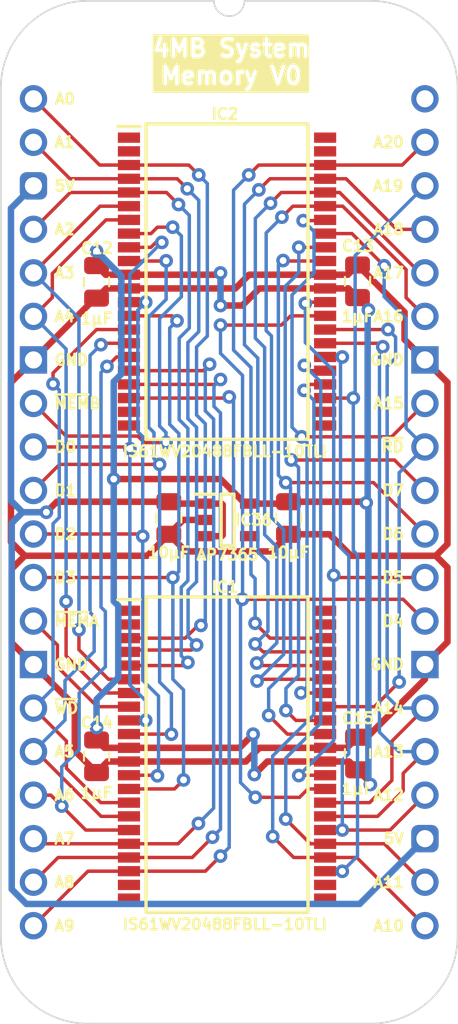
<source format=kicad_pcb>
(kicad_pcb (version 20241229) (generator "pcbnew") (generator_version "9.0")
  (title_block (title "Memory 4MB") (date "2024-09-12") (rev "V0"))
  (layers (0 "F.Cu" signal) (2 "B.Cu" signal) (13 "F.Paste" user) (15 "B.Paste" user) (5 "F.SilkS" user "F.Silkscreen") (7 "B.SilkS" user "B.Silkscreen") (1 "F.Mask" user) (3 "B.Mask" user) (25 "Edge.Cuts" user))
  (net 0 "")
  (net 1 "/5V")
  (net 2 "/GND")
  (net 3 "/3.3V")
  (net 7 "/~{RD}")
  (net 8 "/D3")
  (net 9 "/A19")
  (net 11 "/A17")
  (net 12 "/A18")
  (net 14 "/A6")
  (net 15 "/A14")
  (net 16 "/A10")
  (net 17 "/A20")
  (net 18 "/~{WD}")
  (net 19 "/A7")
  (net 20 "/A8")
  (net 22 "/A13")
  (net 23 "/A9")
  (net 24 "/A3")
  (net 25 "/A1")
  (net 26 "/~{Memory A}")
  (net 27 "/A4")
  (net 28 "/A2")
  (net 30 "/D0")
  (net 31 "/A0")
  (net 32 "/D5")
  (net 33 "/D1")
  (net 34 "/D6")
  (net 35 "/A12")
  (net 37 "/A16")
  (net 38 "/D4")
  (net 40 "/D7")
  (net 41 "/A5")
  (net 42 "/A15")
  (net 43 "/D2")
  (net 44 "/A11")
  (net 46 "/~{Memory B}")
  (footprint "SamacSys_Parts:C_0805" (layer "F.Cu") (at 14.889 24.45 180)
    (property "Reference" "C42" (hide yes))
    (property "Value" "10μF")
  )
  (footprint "SamacSys_Parts:SOT95P285X130-5N" (layer "F.Cu") (at 11.333 24.577)
    (property "Reference" "IC36")
    (property "Value" "AP7365-33WG-7" (hide yes))
  )
  (footprint "SamacSys_Parts:C_0805" (layer "F.Cu") (at 7.904 24.45 180)
    (property "Reference" "C41" (hide yes))
    (property "Value" "10μF")
  )
  (footprint "SamacSys_Parts:DIP-40_Board_W22.86mm" (layer "F.Cu") (at 0 0)
    (property "Reference" "J7" (hide yes))
    (property "Value" "Conn_02x20_Counter_Clockwise")
    (fp_line (start -1.905 -0.635) (end -1.905 48.895) (stroke (width 0.1)) (layer "Edge.Cuts"))
    (fp_line (start 10.541 -5.715) (end 3.175 -5.715) (stroke (width 0.1)) (layer "Edge.Cuts"))
    (fp_line (start 19.685 -5.715) (end 12.319 -5.715) (stroke (width 0.1)) (layer "Edge.Cuts"))
    (fp_line (start 19.685 53.975) (end 3.175 53.975) (stroke (width 0.1)) (layer "Edge.Cuts"))
    (fp_line (start 24.765 48.895) (end 24.765 -0.635) (stroke (width 0.1)) (layer "Edge.Cuts"))
    (fp_arc (start -1.905 -0.635) (mid -0.417102 -4.227102) (end 3.175 -5.715) (stroke (width 0.1)) (layer "Edge.Cuts"))
    (fp_arc (start 3.175 53.975) (mid -0.417102 52.487102) (end -1.905 48.895) (stroke (width 0.1)) (layer "Edge.Cuts"))
    (fp_arc (start 12.319 -5.715) (mid 11.43 -4.826) (end 10.541 -5.715) (stroke (width 0.1)) (layer "Edge.Cuts"))
    (fp_arc (start 19.685 -5.715) (mid 23.277102 -4.227102) (end 24.765 -0.635) (stroke (width 0.1)) (layer "Edge.Cuts"))
    (fp_arc (start 24.765 48.895) (mid 23.277102 52.487102) (end 19.685 53.975) (stroke (width 0.1)) (layer "Edge.Cuts"))
  )
  (footprint "SamacSys_Parts:C_0805" (layer "F.Cu") (at 18.923 10.668)
    (property "Reference" "C13")
    (property "Value" "1µF")
  )
  (footprint "SamacSys_Parts:C_0805" (layer "F.Cu") (at 3.683 38.354 180)
    (property "Reference" "C14")
    (property "Value" "1µF")
  )
  (footprint "SamacSys_Parts:C_0805" (layer "F.Cu") (at 3.683 10.668 180)
    (property "Reference" "C12")
    (property "Value" "1µF")
  )
  (footprint "SamacSys_Parts:SOP80P1176X120-44N" (layer "F.Cu") (at 11.303 38.278)
    (property "Reference" "IC1")
    (property "Value" "IS61WV20488FBLL-10TLI")
  )
  (footprint "SamacSys_Parts:C_0805" (layer "F.Cu") (at 18.923 38.227)
    (property "Reference" "C15")
    (property "Value" "1µF")
  )
  (footprint "SamacSys_Parts:SOP80P1176X120-44N" (layer "F.Cu") (at 11.303 10.668)
    (property "Reference" "IC2")
    (property "Value" "IS61WV20488FBLL-10TLI")
  )
  (footprint "SamacSys_Parts:PinHeader_1x20_P2.54mm_Vertical" (layer "B.Cu") (at 22.86 0 180)
    (property "Reference" "J2" (hide yes))
    (property "Value" "Pin_Header_01x20" (hide yes))
  )
  (footprint "SamacSys_Parts:PinHeader_1x20_P2.54mm_Vertical" (layer "B.Cu") (at 0 0 180)
    (property "Reference" "J1" (hide yes))
    (property "Value" "Pin_Header_01x20" (hide yes))
  )
  (gr_text "GND" (at 1.143 15.24 0) (layer "F.SilkS") (effects (font (size 0.635 0.635)) (justify left)))
  (gr_text "A15" (at 21.717 17.78 0) (layer "F.SilkS") (effects (font (size 0.635 0.635)) (justify right)))
  (gr_text "D6" (at 21.717 25.4 0) (layer "F.SilkS") (effects (font (size 0.635 0.635)) (justify right)))
  (gr_text "A20" (at 21.717 2.54 0) (layer "F.SilkS") (effects (font (size 0.635 0.635)) (justify right)))
  (gr_text "A16" (at 21.717 12.7 0) (layer "F.SilkS") (effects (font (size 0.635 0.635)) (justify right)))
  (gr_text "D3" (at 1.143 27.94 0) (layer "F.SilkS") (effects (font (size 0.635 0.635)) (justify left)))
  (gr_text "~{RD}" (at 21.717 20.32 0) (layer "F.SilkS") (effects (font (size 0.635 0.635)) (justify right)))
  (gr_text "A1" (at 1.143 2.54 0) (layer "F.SilkS") (effects (font (size 0.635 0.635)) (justify left)))
  (gr_text "A10" (at 21.717 48.26 0) (layer "F.SilkS") (effects (font (size 0.635 0.635)) (justify right)))
  (gr_text "D0" (at 1.143 20.32 0) (layer "F.SilkS") (effects (font (size 0.635 0.635)) (justify left)))
  (gr_text "A13" (at 21.717 38.1 0) (layer "F.SilkS") (effects (font (size 0.635 0.635)) (justify right)))
  (gr_text "GND" (at 21.717 15.24 0) (layer "F.SilkS") (effects (font (size 0.635 0.635)) (justify right)))
  (gr_text "~{WD}" (at 1.143 35.56 0) (layer "F.SilkS") (effects (font (size 0.635 0.635)) (justify left)))
  (gr_text "5V" (at 1.143 5.08 0) (layer "F.SilkS") (effects (font (size 0.635 0.635)) (justify left)))
  (gr_text "A3" (at 1.143 10.16 0) (layer "F.SilkS") (effects (font (size 0.635 0.635)) (justify left)))
  (gr_text "5V" (at 21.717 43.18 0) (layer "F.SilkS") (effects (font (size 0.635 0.635)) (justify right)))
  (gr_text "A18" (at 21.717 7.62 0) (layer "F.SilkS") (effects (font (size 0.635 0.635)) (justify right)))
  (gr_text "A17" (at 21.717 10.16 0) (layer "F.SilkS") (effects (font (size 0.635 0.635)) (justify right)))
  (gr_text "A5" (at 1.143 38.1 0) (layer "F.SilkS") (effects (font (size 0.635 0.635)) (justify left)))
  (gr_text "D5" (at 21.717 27.94 0) (layer "F.SilkS") (effects (font (size 0.635 0.635)) (justify right)))
  (gr_text "D2" (at 1.143 25.4 0) (layer "F.SilkS") (effects (font (size 0.635 0.635)) (justify left)))
  (gr_text "A19" (at 21.6916 5.08 0) (layer "F.SilkS") (effects (font (size 0.635 0.635)) (justify right)))
  (gr_text "D7" (at 21.717 22.86 0) (layer "F.SilkS") (effects (font (size 0.635 0.635)) (justify right)))
  (gr_text "~{MEM}B" (at 1.143 17.78 0) (layer "F.SilkS") (effects (font (size 0.635 0.635)) (justify left)))
  (gr_text "D4" (at 21.717 30.48 0) (layer "F.SilkS") (effects (font (size 0.635 0.635)) (justify right)))
  (gr_text "A0" (at 1.1684 0 0) (layer "F.SilkS") (effects (font (size 0.635 0.635)) (justify left)))
  (gr_text "~{MEM}A" (at 1.143 30.48 0) (layer "F.SilkS") (effects (font (size 0.635 0.635)) (justify left)))
  (gr_text "D1" (at 1.143 22.86 0) (layer "F.SilkS") (effects (font (size 0.635 0.635)) (justify left)))
  (gr_text "A14" (at 21.717 35.56 0) (layer "F.SilkS") (effects (font (size 0.635 0.635)) (justify right)))
  (gr_text "GND" (at 1.143 33.02 0) (layer "F.SilkS") (effects (font (size 0.635 0.635)) (justify left)))
  (gr_text "A12" (at 21.717 40.64 0) (layer "F.SilkS") (effects (font (size 0.635 0.635)) (justify right)))
  (gr_text "A9" (at 1.143 48.26 0) (layer "F.SilkS") (effects (font (size 0.635 0.635)) (justify left)))
  (gr_text "A2" (at 1.143 7.62 0) (layer "F.SilkS") (effects (font (size 0.635 0.635)) (justify left)))
  (gr_text "A4" (at 1.143 12.7 0) (layer "F.SilkS") (effects (font (size 0.635 0.635)) (justify left)))
  (gr_text "A6" (at 1.143 40.64 0) (layer "F.SilkS") (effects (font (size 0.635 0.635)) (justify left)))
  (gr_text "A11" (at 21.717 45.72 0) (layer "F.SilkS") (effects (font (size 0.635 0.635)) (justify right)))
  (gr_text "4MB System\nMemory V0" (at 11.557 -0.762 0) (layer "F.SilkS" knockout) (effects (font (size 1 1) (thickness 0.2) (bold yes)) (justify bottom)))
  (gr_text "A8" (at 1.143 45.72 0) (layer "F.SilkS") (effects (font (size 0.635 0.635)) (justify left)))
  (gr_text "A7" (at 1.143 43.18 0) (layer "F.SilkS") (effects (font (size 0.635 0.635)) (justify left)))
  (gr_text "GND" (at 21.717 33.02 0) (layer "F.SilkS") (effects (font (size 0.635 0.635)) (justify right)))
  (segment (start 11.049 23.688) (end 11.049 25.466) (width 0.38) (layer "F.Cu") (net 1))
  (segment (start 10.033 23.627) (end 10.988 23.627) (width 0.38) (layer "F.Cu") (net 1))
  (segment (start 1.364426 23.516) (end 0.750426 24.13) (width 0.38) (layer "F.Cu") (net 1))
  (segment (start 11.049 25.466) (end 10.988 25.527) (width 0.38) (layer "F.Cu") (net 1))
  (segment (start 10.988 25.527) (end 10.033 25.527) (width 0.38) (layer "F.Cu") (net 1))
  (segment (start 7.904 23.516) (end 1.364426 23.516) (width 0.38) (layer "F.Cu") (net 1))
  (segment (start 10.033 23.627) (end 8.015 23.627) (width 0.38) (layer "F.Cu") (net 1))
  (segment (start 10.988 23.627) (end 11.049 23.688) (width 0.38) (layer "F.Cu") (net 1))
  (via (at 0.750426 24.13) (size 0.8) (drill 0.4) (layers "F.Cu" "B.Cu") (net 1))
  (segment (start -0.635 24.13) (end 0.750426 24.13) (width 0.38) (layer "B.Cu") (net 1))
  (segment (start 19.05 46.99) (end 22.86 43.18) (width 0.38) (layer "B.Cu") (net 1))
  (segment (start 0 5.08) (end -1.315 6.395) (width 0.38) (layer "B.Cu") (net 1))
  (segment (start -0.412915 46.99) (end 19.05 46.99) (width 0.38) (layer "B.Cu") (net 1))
  (segment (start -1.315 6.395) (end -1.315 23.45) (width 0.38) (layer "B.Cu") (net 1))
  (segment (start -1.27 46.132915) (end -0.412915 46.99) (width 0.38) (layer "B.Cu") (net 1))
  (segment (start -0.635 24.13) (end -1.27 24.765) (width 0.38) (layer "B.Cu") (net 1))
  (segment (start -1.315 23.45) (end -0.635 24.13) (width 0.38) (layer "B.Cu") (net 1))
  (segment (start -1.27 24.765) (end -1.27 46.132915) (width 0.38) (layer "B.Cu") (net 1))
  (segment (start -0.508 26.67) (end -1.27 27.432) (width 0.38) (layer "F.Cu") (net 2))
  (segment (start 8.904 26.416) (end 13.889 26.416) (width 0.38) (layer "F.Cu") (net 2))
  (segment (start -1.27 27.432) (end -1.27 31.75) (width 0.38) (layer "F.Cu") (net 2))
  (segment (start 23.495 26.67) (end 18.542 26.67) (width 0.38) (layer "F.Cu") (net 2))
  (segment (start 12.592 10.268) (end 11.792 11.068) (width 0.38) (layer "F.Cu") (net 2))
  (segment (start 10.033 24.577) (end 8.743 24.577) (width 0.38) (layer "F.Cu") (net 2))
  (segment (start 18.542 26.67) (end 17.288 25.416) (width 0.38) (layer "F.Cu") (net 2))
  (segment (start 0 33.02) (end 2.413 35.433) (width 0.38) (layer "F.Cu") (net 2))
  (segment (start 6.65 26.67) (end -0.508 26.67) (width 0.38) (layer "F.Cu") (net 2))
  (segment (start 18.306 37.878) (end 18.923 37.261) (width 0.38) (layer "F.Cu") (net 2))
  (segment (start 22.86 33.877085) (end 19.476085 37.261) (width 0.38) (layer "F.Cu") (net 2))
  (segment (start 17.031 10.268) (end 12.592 10.268) (width 0.38) (layer "F.Cu") (net 2))
  (segment (start 17.031 37.878) (end 18.306 37.878) (width 0.38) (layer "F.Cu") (net 2))
  (segment (start 23.495 26.67) (end 24.175 27.35) (width 0.38) (layer "F.Cu") (net 2))
  (segment (start -1.27 31.75) (end 0 33.02) (width 0.38) (layer "F.Cu") (net 2))
  (segment (start 17.031 10.268) (end 18.357 10.268) (width 0.38) (layer "F.Cu") (net 2))
  (segment (start 2.413 38.05) (end 3.683 39.32) (width 0.38) (layer "F.Cu") (net 2))
  (segment (start 8.743 24.577) (end 7.904 25.416) (width 0.38) (layer "F.Cu") (net 2))
  (segment (start 18.923 9.702) (end 21.67 12.449) (width 0.38) (layer "F.Cu") (net 2))
  (segment (start 21.67 14.05) (end 22.86 15.24) (width 0.38) (layer "F.Cu") (net 2))
  (segment (start -1.315 25.863) (end -0.508 26.67) (width 0.38) (layer "F.Cu") (net 2))
  (segment (start 7.904 25.416) (end 6.65 26.67) (width 0.38) (layer "F.Cu") (net 2))
  (segment (start 3.683 39.32) (end 4.325 38.678) (width 0.38) (layer "F.Cu") (net 2))
  (segment (start 0 15.24) (end -1.315 16.555) (width 0.38) (layer "F.Cu") (net 2))
  (segment (start 13.889 26.416) (end 14.889 25.416) (width 0.38) (layer "F.Cu") (net 2))
  (segment (start 7.904 25.416) (end 8.904 26.416) (width 0.38) (layer "F.Cu") (net 2))
  (segment (start 22.86 33.02) (end 22.86 33.877085) (width 0.38) (layer "F.Cu") (net 2))
  (segment (start 4.249 11.068) (end 3.683 11.634) (width 0.38) (layer "F.Cu") (net 2))
  (segment (start 0 15.24) (end 3.606 11.634) (width 0.38) (layer "F.Cu") (net 2))
  (segment (start 5.575 38.678) (end 12.400466 38.678) (width 0.38) (layer "F.Cu") (net 2))
  (segment (start 24.175 27.35) (end 24.175 31.705) (width 0.38) (layer "F.Cu") (net 2))
  (segment (start 24.175 16.555) (end 22.86 15.24) (width 0.38) (layer "F.Cu") (net 2))
  (segment (start 24.175 31.705) (end 22.86 33.02) (width 0.38) (layer "F.Cu") (net 2))
  (segment (start 5.575 11.068) (end 4.249 11.068) (width 0.38) (layer "F.Cu") (net 2))
  (segment (start 21.67 12.449) (end 21.67 14.05) (width 0.38) (layer "F.Cu") (net 2))
  (segment (start 18.357 10.268) (end 18.923 9.702) (width 0.38) (layer "F.Cu") (net 2))
  (segment (start -1.315 16.555) (end -1.315 25.863) (width 0.38) (layer "F.Cu") (net 2))
  (segment (start 2.413 35.433) (end 2.413 38.05) (width 0.38) (layer "F.Cu") (net 2))
  (segment (start 4.325 38.678) (end 5.575 38.678) (width 0.38) (layer "F.Cu") (net 2))
  (segment (start 23.495 26.67) (end 24.175 25.99) (width 0.38) (layer "F.Cu") (net 2))
  (segment (start 24.175 25.99) (end 24.175 16.555) (width 0.38) (layer "F.Cu") (net 2))
  (segment (start 12.400466 38.678) (end 13.200466 37.878) (width 0.38) (layer "F.Cu") (net 2))
  (segment (start 19.476085 37.261) (end 18.923 37.261) (width 0.38) (layer "F.Cu") (net 2))
  (segment (start 17.288 25.416) (end 14.889 25.416) (width 0.38) (layer "F.Cu") (net 2))
  (segment (start 11.792 11.068) (end 5.575 11.068) (width 0.38) (layer "F.Cu") (net 2))
  (segment (start 13.200466 37.878) (end 17.031 37.878) (width 0.38) (layer "F.Cu") (net 2))
  (segment (start 18.923 11.602) (end 19.558 12.237) (width 0.38) (layer "F.Cu") (net 3))
  (segment (start 17.031 38.678) (end 13.657808 38.678) (width 0.38) (layer "F.Cu") (net 3))
  (segment (start 5.575 10.268) (end 10.820563 10.268) (width 0.38) (layer "F.Cu") (net 3))
  (segment (start 3.683 8.89) (end 3.683 9.734) (width 0.38) (layer "F.Cu") (net 3))
  (segment (start 19.558 12.237) (end 19.558 12.319) (width 0.38) (layer "F.Cu") (net 3))
  (segment (start 14.889 23.516) (end 19.366425 23.516) (width 0.38) (layer "F.Cu") (net 3))
  (segment (start 10.923103 22.192103) (end 4.687 22.192103) (width 0.38) (layer "F.Cu") (net 3))
  (segment (start 12.358 23.627) (end 10.923103 22.192103) (width 0.38) (layer "F.Cu") (net 3))
  (segment (start 19.366425 23.516) (end 19.431009 23.580584) (width 0.38) (layer "F.Cu") (net 3))
  (segment (start 12.633 23.627) (end 14.778 23.627) (width 0.38) (layer "F.Cu") (net 3))
  (segment (start 13.189 11.068) (end 12.192 12.065) (width 0.38) (layer "F.Cu") (net 3))
  (segment (start 18.923 39.161) (end 19.673 39.911) (width 0.38) (layer "F.Cu") (net 3))
  (segment (start 18.923 11.602) (end 18.389 11.068) (width 0.38) (layer "F.Cu") (net 3))
  (segment (start 17.031 11.068) (end 13.189 11.068) (width 0.38) (layer "F.Cu") (net 3))
  (segment (start 3.683 9.734) (end 4.217 10.268) (width 0.38) (layer "F.Cu") (net 3))
  (segment (start 3.683 37.42) (end 4.141 37.878) (width 0.38) (layer "F.Cu") (net 3))
  (segment (start 5.575 37.878) (end 12.033 37.878) (width 0.38) (layer "F.Cu") (net 3))
  (segment (start 10.820563 10.268) (end 10.921999 10.166564) (width 0.38) (layer "F.Cu") (net 3))
  (segment (start 3.683 36.703) (end 3.683 37.42) (width 0.38) (layer "F.Cu") (net 3))
  (segment (start 18.44 38.678) (end 17.031 38.678) (width 0.38) (layer "F.Cu") (net 3))
  (segment (start 19.673 39.911) (end 19.673 40.018749) (width 0.38) (layer "F.Cu") (net 3))
  (segment (start 12.033 37.878) (end 12.827 37.084) (width 0.38) (layer "F.Cu") (net 3))
  (segment (start 4.217 10.268) (end 5.575 10.268) (width 0.38) (layer "F.Cu") (net 3))
  (segment (start 18.389 11.068) (end 17.031 11.068) (width 0.38) (layer "F.Cu") (net 3))
  (segment (start 18.923 39.161) (end 18.44 38.678) (width 0.38) (layer "F.Cu") (net 3))
  (segment (start 4.141 37.878) (end 5.575 37.878) (width 0.38) (layer "F.Cu") (net 3))
  (segment (start 13.657808 38.678) (end 12.896404 39.439404) (width 0.38) (layer "F.Cu") (net 3))
  (segment (start 12.192 12.065) (end 10.922 12.065) (width 0.38) (layer "F.Cu") (net 3))
  (via (at 19.673 40.018749) (size 0.8) (drill 0.4) (layers "F.Cu" "B.Cu") (net 3))
  (via (at 10.922 12.065) (size 0.8) (drill 0.4) (layers "F.Cu" "B.Cu") (net 3))
  (via (at 4.687 22.192103) (size 0.8) (drill 0.4) (layers "F.Cu" "B.Cu") (net 3))
  (via (at 12.827 37.084) (size 0.8) (drill 0.4) (layers "F.Cu" "B.Cu") (net 3))
  (via (at 3.683 8.89) (size 0.8) (drill 0.4) (layers "F.Cu" "B.Cu") (net 3))
  (via (at 19.558 12.319) (size 0.8) (drill 0.4) (layers "F.Cu" "B.Cu") (net 3))
  (via (at 12.896404 39.439404) (size 0.8) (drill 0.4) (layers "F.Cu" "B.Cu") (net 3))
  (via (at 19.431009 23.580584) (size 0.8) (drill 0.4) (layers "F.Cu" "B.Cu") (net 3))
  (via (at 10.921999 10.166564) (size 0.8) (drill 0.4) (layers "F.Cu" "B.Cu") (net 3))
  (via (at 3.683 36.703) (size 0.8) (drill 0.4) (layers "F.Cu" "B.Cu") (net 3))
  (segment (start 3.683 8.89) (end 5.134 10.341) (width 0.38) (layer "B.Cu") (net 3))
  (segment (start 5.134 10.341) (end 5.134 16.064306) (width 0.38) (layer "B.Cu") (net 3))
  (segment (start 19.558 12.319) (end 19.516 12.361) (width 0.38) (layer "B.Cu") (net 3))
  (segment (start 4.687 16.511306) (end 4.687 22.192103) (width 0.38) (layer "B.Cu") (net 3))
  (segment (start 10.922 12.065) (end 10.922 10.166565) (width 0.38) (layer "B.Cu") (net 3))
  (segment (start 5.134 16.064306) (end 4.687 16.511306) (width 0.38) (layer "B.Cu") (net 3))
  (segment (start 19.558 23.707575) (end 19.558 39.903749) (width 0.38) (layer "B.Cu") (net 3))
  (segment (start 4.687 22.192103) (end 4.687 29.325) (width 0.38) (layer "B.Cu") (net 3))
  (segment (start 19.516 23.495593) (end 19.431009 23.580584) (width 0.38) (layer "B.Cu") (net 3))
  (segment (start 12.896404 37.153404) (end 12.827 37.084) (width 0.38) (layer "B.Cu") (net 3))
  (segment (start 12.896404 39.439404) (end 12.896404 37.153404) (width 0.38) (layer "B.Cu") (net 3))
  (segment (start 19.431009 23.580584) (end 19.558 23.707575) (width 0.38) (layer "B.Cu") (net 3))
  (segment (start 19.558 39.903749) (end 19.673 40.018749) (width 0.38) (layer "B.Cu") (net 3))
  (segment (start 4.687 29.325) (end 4.953 29.591) (width 0.38) (layer "B.Cu") (net 3))
  (segment (start 10.922 10.166565) (end 10.921999 10.166564) (width 0.38) (layer "B.Cu") (net 3))
  (segment (start 3.683 36.703) (end 3.683 35.052) (width 0.38) (layer "B.Cu") (net 3))
  (segment (start 19.516 12.361) (end 19.516 23.495593) (width 0.38) (layer "B.Cu") (net 3))
  (segment (start 3.683 35.052) (end 4.953 33.782) (width 0.38) (layer "B.Cu") (net 3))
  (segment (start 4.953 29.591) (end 4.953 33.782) (width 0.38) (layer "B.Cu") (net 3))
  (segment (start 17.031 7.868) (end 18.598744 7.868) (width 0.2) (layer "F.Cu") (net 7))
  (segment (start 17.031 35.478) (end 19.913 35.478) (width 0.2) (layer "F.Cu") (net 7))
  (segment (start 18.598744 7.868) (end 20.478372 9.747628) (width 0.2) (layer "F.Cu") (net 7))
  (segment (start 19.913 35.478) (end 21.355 34.036) (width 0.2) (layer "F.Cu") (net 7))
  (via (at 20.478372 9.747628) (size 0.8) (drill 0.4) (layers "F.Cu" "B.Cu") (net 7))
  (via (at 21.355 34.036) (size 0.8) (drill 0.4) (layers "F.Cu" "B.Cu") (net 7))
  (segment (start 20.478372 11.545372) (end 21.76 12.827) (width 0.2) (layer "B.Cu") (net 7))
  (segment (start 20.478372 9.747628) (end 20.478372 11.545372) (width 0.2) (layer "B.Cu") (net 7))
  (segment (start 21.355 21.825) (end 21.355 34.036) (width 0.2) (layer "B.Cu") (net 7))
  (segment (start 21.76 19.22) (end 21.76 12.827) (width 0.2) (layer "B.Cu") (net 7))
  (segment (start 22.86 20.32) (end 21.76 19.22) (width 0.2) (layer "B.Cu") (net 7))
  (segment (start 22.86 20.32) (end 21.355 21.825) (width 0.2) (layer "B.Cu") (net 7))
  (segment (start 0 27.94) (end 8.14 27.94) (width 0.2) (layer "F.Cu") (net 8))
  (segment (start 5.575 12.668) (end 8.095992 12.668) (width 0.2) (layer "F.Cu") (net 8))
  (segment (start 8.095992 12.668) (end 8.382 12.954008) (width 0.2) (layer "F.Cu") (net 8))
  (segment (start 5.575 40.278) (end 8.236 40.278) (width 0.2) (layer "F.Cu") (net 8))
  (segment (start 8.236 40.278) (end 8.763 39.751) (width 0.2) (layer "F.Cu") (net 8))
  (via (at 8.763 39.751) (size 0.8) (drill 0.4) (layers "F.Cu" "B.Cu") (net 8))
  (via (at 8.382 12.954008) (size 0.8) (drill 0.4) (layers "F.Cu" "B.Cu") (net 8))
  (via (at 8.14 27.94) (size 0.8) (drill 0.4) (layers "F.Cu" "B.Cu") (net 8))
  (segment (start 8.14 33.874493) (end 8.763 34.497493) (width 0.2) (layer "B.Cu") (net 8))
  (segment (start 7.956 19.005) (end 7.956 13.380008) (width 0.2) (layer "B.Cu") (net 8))
  (segment (start 8.49 27.59) (end 8.49 19.539) (width 0.2) (layer "B.Cu") (net 8))
  (segment (start 8.49 19.539) (end 7.956 19.005) (width 0.2) (layer "B.Cu") (net 8))
  (segment (start 7.956 13.380008) (end 8.382 12.954008) (width 0.2) (layer "B.Cu") (net 8))
  (segment (start 8.14 27.94) (end 8.14 33.874493) (width 0.2) (layer "B.Cu") (net 8))
  (segment (start 8.14 27.94) (end 8.49 27.59) (width 0.2) (layer "B.Cu") (net 8))
  (segment (start 8.763 34.497493) (end 8.763 39.751) (width 0.2) (layer "B.Cu") (net 8))
  (segment (start 17.031 45.078) (end 18.027 45.078) (width 0.2) (layer "F.Cu") (net 9))
  (segment (start 17.031 17.468) (end 18.676 17.468) (width 0.2) (layer "F.Cu") (net 9))
  (segment (start 18.027 45.078) (end 18.034 45.085) (width 0.2) (layer "F.Cu") (net 9))
  (via (at 18.034 45.085) (size 0.8) (drill 0.4) (layers "F.Cu" "B.Cu") (net 9))
  (via (at 18.676 17.468) (size 0.8) (drill 0.4) (layers "F.Cu" "B.Cu") (net 9))
  (segment (start 18.676 26.365314) (end 18.676 17.468) (width 0.2) (layer "B.Cu") (net 9))
  (segment (start 22.86 5.08) (end 18.784 9.156) (width 0.2) (layer "B.Cu") (net 9))
  (segment (start 18.034 45.085) (end 18.923 44.196) (width 0.2) (layer "B.Cu") (net 9))
  (segment (start 18.923 26.612314) (end 18.676 26.365314) (width 0.2) (layer "B.Cu") (net 9))
  (segment (start 18.784 17.36) (end 18.676 17.468) (width 0.2) (layer "B.Cu") (net 9))
  (segment (start 18.784 9.156) (end 18.784 17.36) (width 0.2) (layer "B.Cu") (net 9))
  (segment (start 18.923 44.196) (end 18.923 26.612314) (width 0.2) (layer "B.Cu") (net 9))
  (segment (start 17.031 5.468) (end 14.471 5.468) (width 0.2) (layer "F.Cu") (net 11))
  (segment (start 17.031 5.468) (end 17.8785 5.468) (width 0.2) (layer "F.Cu") (net 11))
  (segment (start 14.471 5.468) (end 13.843 6.096) (width 0.2) (layer "F.Cu") (net 11))
  (segment (start 17.8785 5.468) (end 22.5705 10.16) (width 0.2) (layer "F.Cu") (net 11))
  (segment (start 17.031 33.078) (end 13.184757 33.078) (width 0.2) (layer "F.Cu") (net 11))
  (segment (start 13.184757 33.078) (end 13.037207 32.93045) (width 0.2) (layer "F.Cu") (net 11))
  (via (at 13.843 6.096) (size 0.8) (drill 0.4) (layers "F.Cu" "B.Cu") (net 11))
  (via (at 13.037207 32.93045) (size 0.8) (drill 0.4) (layers "F.Cu" "B.Cu") (net 11))
  (segment (start 12.954 13.97) (end 13.5 14.516) (width 0.2) (layer "B.Cu") (net 11))
  (segment (start 14.212 26.15) (end 14.212 31.755657) (width 0.2) (layer "B.Cu") (net 11))
  (segment (start 14.212 31.755657) (end 13.037207 32.93045) (width 0.2) (layer "B.Cu") (net 11))
  (segment (start 12.954 6.985) (end 12.954 13.97) (width 0.2) (layer "B.Cu") (net 11))
  (segment (start 13.843 6.096) (end 12.954 6.985) (width 0.2) (layer "B.Cu") (net 11))
  (segment (start 13.5 14.516) (end 13.5 25.438) (width 0.2) (layer "B.Cu") (net 11))
  (segment (start 13.5 25.438) (end 14.212 26.15) (width 0.2) (layer "B.Cu") (net 11))
  (segment (start 13.807913 4.668) (end 13.160979 5.314934) (width 0.2) (layer "F.Cu") (net 12))
  (segment (start 21.209 7.62) (end 22.86 7.62) (width 0.2) (layer "F.Cu") (net 12))
  (segment (start 17.031 4.668) (end 18.257 4.668) (width 0.2) (layer "F.Cu") (net 12))
  (segment (start 17.031 4.668) (end 13.807913 4.668) (width 0.2) (layer "F.Cu") (net 12))
  (segment (start 13.407086 32.278) (end 12.946502 31.817416) (width 0.2) (layer "F.Cu") (net 12))
  (segment (start 18.257 4.668) (end 21.209 7.62) (width 0.2) (layer "F.Cu") (net 12))
  (segment (start 17.031 32.278) (end 13.407086 32.278) (width 0.2) (layer "F.Cu") (net 12))
  (via (at 12.946502 31.817416) (size 0.8) (drill 0.4) (layers "F.Cu" "B.Cu") (net 12))
  (via (at 13.160979 5.314934) (size 0.8) (drill 0.4) (layers "F.Cu" "B.Cu") (net 12))
  (segment (start 13.1 26.435) (end 13.691997 27.026997) (width 0.2) (layer "B.Cu") (net 12))
  (segment (start 13.160979 5.314934) (end 12.319 6.156913) (width 0.2) (layer "B.Cu") (net 12))
  (segment (start 12.319 14.351) (end 13.1 15.132) (width 0.2) (layer "B.Cu") (net 12))
  (segment (start 12.319 6.156913) (end 12.319 14.351) (width 0.2) (layer "B.Cu") (net 12))
  (segment (start 13.691997 27.026997) (end 13.691997 31.071921) (width 0.2) (layer "B.Cu") (net 12))
  (segment (start 13.1 15.132) (end 13.1 26.435) (width 0.2) (layer "B.Cu") (net 12))
  (segment (start 13.691997 31.071921) (end 12.946502 31.817416) (width 0.2) (layer "B.Cu") (net 12))
  (segment (start 5.575 42.678) (end 3.054 42.678) (width 0.2) (layer "F.Cu") (net 14))
  (segment (start 0 40.64) (end 1.016 40.64) (width 0.2) (layer "F.Cu") (net 14))
  (segment (start 1.016 40.64) (end 1.651 41.275) (width 0.2) (layer "F.Cu") (net 14))
  (segment (start 3.054 42.678) (end 1.651 41.275) (width 0.2) (layer "F.Cu") (net 14))
  (segment (start 4.847 15.068) (end 4.294 15.621) (width 0.2) (layer "F.Cu") (net 14))
  (segment (start 5.575 15.068) (end 4.847 15.068) (width 0.2) (layer "F.Cu") (net 14))
  (via (at 4.294 15.621) (size 0.8) (drill 0.4) (layers "F.Cu" "B.Cu") (net 14))
  (via (at 1.651 41.275) (size 0.8) (drill 0.4) (layers "F.Cu" "B.Cu") (net 14))
  (segment (start 2.667 37.973) (end 2.667 34.677) (width 0.2) (layer "B.Cu") (net 14))
  (segment (start 3.944 15.971) (end 4.294 15.621) (width 0.2) (layer "B.Cu") (net 14))
  (segment (start 2.667 34.677) (end 4.197 33.147) (width 0.2) (layer "B.Cu") (net 14))
  (segment (start 3.944 29.667314) (end 3.944 15.971) (width 0.2) (layer "B.Cu") (net 14))
  (segment (start 1.651 38.989) (end 2.667 37.973) (width 0.2) (layer "B.Cu") (net 14))
  (segment (start 4.197 29.920314) (end 3.944 29.667314) (width 0.2) (layer "B.Cu") (net 14))
  (segment (start 4.197 33.147) (end 4.197 29.920314) (width 0.2) (layer "B.Cu") (net 14))
  (segment (start 1.651 41.275) (end 1.651 38.989) (width 0.2) (layer "B.Cu") (net 14))
  (segment (start 17.031 41.078) (end 19.628 41.078) (width 0.2) (layer "F.Cu") (net 15))
  (segment (start 19.628 41.078) (end 20.930719 39.775281) (width 0.2) (layer "F.Cu") (net 15))
  (segment (start 20.930719 39.775281) (end 20.930719 37.489281) (width 0.2) (layer "F.Cu") (net 15))
  (segment (start 17.031 13.468) (end 20.695 13.468) (width 0.2) (layer "F.Cu") (net 15))
  (segment (start 20.930719 37.489281) (end 22.86 35.56) (width 0.2) (layer "F.Cu") (net 15))
  (segment (start 20.695 13.468) (end 20.701 13.462) (width 0.2) (layer "F.Cu") (net 15))
  (via (at 20.701 13.462) (size 0.8) (drill 0.4) (layers "F.Cu" "B.Cu") (net 15))
  (segment (start 20.653855 15.621) (end 21.148 15.126855) (width 0.2) (layer "B.Cu") (net 15))
  (segment (start 21.148 15.126855) (end 21.148 13.909) (width 0.2) (layer "B.Cu") (net 15))
  (segment (start 21.336 35.56) (end 20.653855 34.877855) (width 0.2) (layer "B.Cu") (net 15))
  (segment (start 20.653855 34.877855) (end 20.653855 15.621) (width 0.2) (layer "B.Cu") (net 15))
  (segment (start 21.148 13.909) (end 20.701 13.462) (width 0.2) (layer "B.Cu") (net 15))
  (segment (start 22.86 35.56) (end 21.336 35.56) (width 0.2) (layer "B.Cu") (net 15))
  (segment (start 18.878 44.278) (end 17.031 44.278) (width 0.2) (layer "F.Cu") (net 16))
  (segment (start 15.195 44.278) (end 13.97 43.053) (width 0.2) (layer "F.Cu") (net 16))
  (segment (start 17.031 44.278) (end 15.195 44.278) (width 0.2) (layer "F.Cu") (net 16))
  (segment (start 15.8 17.018) (end 16.15 16.668) (width 0.2) (layer "F.Cu") (net 16))
  (segment (start 16.15 16.668) (end 17.031 16.668) (width 0.2) (layer "F.Cu") (net 16))
  (segment (start 22.86 48.26) (end 18.878 44.278) (width 0.2) (layer "F.Cu") (net 16))
  (via (at 13.97 43.053) (size 0.8) (drill 0.4) (layers "F.Cu" "B.Cu") (net 16))
  (via (at 15.8 17.018) (size 0.8) (drill 0.4) (layers "F.Cu" "B.Cu") (net 16))
  (segment (start 13.97 38.354) (end 13.97 43.053) (width 0.2) (layer "B.Cu") (net 16))
  (segment (start 16.376 35.948) (end 13.97 38.354) (width 0.2) (layer "B.Cu") (net 16))
  (segment (start 16.376 17.594) (end 16.376 35.948) (width 0.2) (layer "B.Cu") (net 16))
  (segment (start 15.8 17.018) (end 16.376 17.594) (width 0.2) (layer "B.Cu") (net 16))
  (segment (start 13.15 3.868) (end 12.573 4.445) (width 0.2) (layer "F.Cu") (net 17))
  (segment (start 21.532 3.868) (end 22.86 2.54) (width 0.2) (layer "F.Cu") (net 17))
  (segment (start 17.031 3.868) (end 13.15 3.868) (width 0.2) (layer "F.Cu") (net 17))
  (segment (start 17.031 31.478) (end 13.812997 31.478) (width 0.2) (layer "F.Cu") (net 17))
  (segment (start 17.031 3.868) (end 21.532 3.868) (width 0.2) (layer "F.Cu") (net 17))
  (segment (start 13.812997 31.478) (end 12.941997 30.607) (width 0.2) (layer "F.Cu") (net 17))
  (via (at 12.573 4.445) (size 0.8) (drill 0.4) (layers "F.Cu" "B.Cu") (net 17))
  (via (at 12.941997 30.607) (size 0.8) (drill 0.4) (layers "F.Cu" "B.Cu") (net 17))
  (segment (start 12.941997 27.997311) (end 12.941997 30.607) (width 0.2) (layer "B.Cu") (net 17))
  (segment (start 11.684 5.334) (end 11.684 14.6685) (width 0.2) (layer "B.Cu") (net 17))
  (segment (start 12.7 15.6845) (end 12.7 27.755314) (width 0.2) (layer "B.Cu") (net 17))
  (segment (start 11.684 14.6685) (end 12.7 15.6845) (width 0.2) (layer "B.Cu") (net 17))
  (segment (start 12.7 27.755314) (end 12.941997 27.997311) (width 0.2) (layer "B.Cu") (net 17))
  (segment (start 12.573 4.445) (end 11.684 5.334) (width 0.2) (layer "B.Cu") (net 17))
  (segment (start 1.923 39.069744) (end 3.931256 41.078) (width 0.2) (layer "F.Cu") (net 18))
  (segment (start 5.575 13.468) (end 3.680002 13.468) (width 0.2) (layer "F.Cu") (net 18))
  (segment (start 0 35.56) (end 1.923 37.483) (width 0.2) (layer "F.Cu") (net 18))
  (segment (start 1.923 37.483) (end 1.923 39.069744) (width 0.2) (layer "F.Cu") (net 18))
  (segment (start 1.143 16.005002) (end 1.143 16.636996) (width 0.2) (layer "F.Cu") (net 18))
  (segment (start 3.680002 13.468) (end 1.143 16.005002) (width 0.2) (layer "F.Cu") (net 18))
  (segment (start 3.931256 41.078) (end 5.575 41.078) (width 0.2) (layer "F.Cu") (net 18))
  (via (at 1.143 16.636996) (size 0.8) (drill 0.4) (layers "F.Cu" "B.Cu") (net 18))
  (segment (start 1.143 34.417) (end 1.143 24.798064) (width 0.2) (layer "B.Cu") (net 18))
  (segment (start 1.505 16.998996) (end 1.143 16.636996) (width 0.2) (layer "B.Cu") (net 18))
  (segment (start 1.143 24.798064) (end 1.505 24.436064) (width 0.2) (layer "B.Cu") (net 18))
  (segment (start 1.505 24.436064) (end 1.505 16.998996) (width 0.2) (layer "B.Cu") (net 18))
  (segment (start 0 35.56) (end 1.143 34.417) (width 0.2) (layer "B.Cu") (net 18))
  (segment (start 5.575 43.478) (end 8.446 43.478) (width 0.2) (layer "F.Cu") (net 19))
  (segment (start 0.298 43.478) (end 5.575 43.478) (width 0.2) (layer "F.Cu") (net 19))
  (segment (start 8.446 43.478) (end 9.633 42.291) (width 0.2) (layer "F.Cu") (net 19))
  (segment (start 5.575 15.868) (end 9.913 15.868) (width 0.2) (layer "F.Cu") (net 19))
  (segment (start 9.913 15.868) (end 10.287 15.494) (width 0.2) (layer "F.Cu") (net 19))
  (via (at 9.633 42.291) (size 0.8) (drill 0.4) (layers "F.Cu" "B.Cu") (net 19))
  (via (at 10.287 15.494) (size 0.8) (drill 0.4) (layers "F.Cu" "B.Cu") (net 19))
  (segment (start 10.033 15.748) (end 10.287 15.494) (width 0.2) (layer "B.Cu") (net 19))
  (segment (start 10.033 18.212174) (end 10.033 15.748) (width 0.2) (layer "B.Cu") (net 19))
  (segment (start 9.633 42.291) (end 10.522 41.402) (width 0.2) (layer "B.Cu") (net 19))
  (segment (start 10.522 41.402) (end 10.522 18.701174) (width 0.2) (layer "B.Cu") (net 19))
  (segment (start 10.522 18.701174) (end 10.033 18.212174) (width 0.2) (layer "B.Cu") (net 19))
  (segment (start 1.442 44.278) (end 5.575 44.278) (width 0.2) (layer "F.Cu") (net 20))
  (segment (start 0 45.72) (end 1.442 44.278) (width 0.2) (layer "F.Cu") (net 20))
  (segment (start 5.575 44.278) (end 9.27083 44.278) (width 0.2) (layer "F.Cu") (net 20))
  (segment (start 10.637 16.668) (end 10.922 16.383) (width 0.2) (layer "F.Cu") (net 20))
  (segment (start 5.575 16.668) (end 10.637 16.668) (width 0.2) (layer "F.Cu") (net 20))
  (segment (start 9.27083 44.278) (end 10.454915 43.093915) (width 0.2) (layer "F.Cu") (net 20))
  (via (at 10.922 16.383) (size 0.8) (drill 0.4) (layers "F.Cu" "B.Cu") (net 20))
  (via (at 10.454915 43.093915) (size 0.8) (drill 0.4) (layers "F.Cu" "B.Cu") (net 20))
  (segment (start 10.922 42.62683) (end 10.922 18.332661) (width 0.2) (layer "B.Cu") (net 20))
  (segment (start 10.541 17.951661) (end 10.541 16.764) (width 0.2) (layer "B.Cu") (net 20))
  (segment (start 10.454915 43.093915) (end 10.922 42.62683) (width 0.2) (layer "B.Cu") (net 20))
  (segment (start 10.541 16.764) (end 10.922 16.383) (width 0.2) (layer "B.Cu") (net 20))
  (segment (start 10.922 18.332661) (end 10.541 17.951661) (width 0.2) (layer "B.Cu") (net 20))
  (segment (start 21.59 39.37) (end 21.59 40.386) (width 0.2) (layer "F.Cu") (net 22))
  (segment (start 21.59 40.386) (end 20.098 41.878) (width 0.2) (layer "F.Cu") (net 22))
  (segment (start 22.86 38.1) (end 21.59 39.37) (width 0.2) (layer "F.Cu") (net 22))
  (segment (start 17.031 14.268) (end 20.194397 14.268) (width 0.2) (layer "F.Cu") (net 22))
  (segment (start 20.194397 14.268) (end 20.398 14.471603) (width 0.2) (layer "F.Cu") (net 22))
  (segment (start 20.098 41.878) (end 17.031 41.878) (width 0.2) (layer "F.Cu") (net 22))
  (via (at 20.398 14.471603) (size 0.8) (drill 0.4) (layers "F.Cu" "B.Cu") (net 22))
  (segment (start 21.336 38.1) (end 22.86 38.1) (width 0.2) (layer "B.Cu") (net 22))
  (segment (start 20.398 14.471603) (end 20.205 14.664603) (width 0.2) (layer "B.Cu") (net 22))
  (segment (start 20.205 36.969) (end 21.336 38.1) (width 0.2) (layer "B.Cu") (net 22))
  (segment (start 20.205 14.664603) (end 20.205 36.969) (width 0.2) (layer "B.Cu") (net 22))
  (segment (start 3.182 45.078) (end 5.575 45.078) (width 0.2) (layer "F.Cu") (net 23))
  (segment (start 5.575 45.078) (end 10.04 45.078) (width 0.2) (layer "F.Cu") (net 23))
  (segment (start 11.361 17.468) (end 11.43 17.399) (width 0.2) (layer "F.Cu") (net 23))
  (segment (start 0 48.26) (end 3.182 45.078) (width 0.2) (layer "F.Cu") (net 23))
  (segment (start 10.04 45.078) (end 10.922 44.196) (width 0.2) (layer "F.Cu") (net 23))
  (segment (start 5.575 17.468) (end 11.361 17.468) (width 0.2) (layer "F.Cu") (net 23))
  (via (at 10.922 44.196) (size 0.8) (drill 0.4) (layers "F.Cu" "B.Cu") (net 23))
  (via (at 11.43 17.399) (size 0.8) (drill 0.4) (layers "F.Cu" "B.Cu") (net 23))
  (segment (start 11.43 43.688) (end 11.43 28.448) (width 0.2) (layer "B.Cu") (net 23))
  (segment (start 11.43 28.448) (end 11.684 28.194) (width 0.2) (layer "B.Cu") (net 23))
  (segment (start 10.922 44.196) (end 11.43 43.688) (width 0.2) (layer "B.Cu") (net 23))
  (segment (start 11.684 28.194) (end 11.684 17.653) (width 0.2) (layer "B.Cu") (net 23))
  (segment (start 11.684 17.653) (end 11.43 17.399) (width 0.2) (layer "B.Cu") (net 23))
  (segment (start 4.38025 33.878) (end 2.655 32.15275) (width 0.2) (layer "F.Cu") (net 24))
  (segment (start 3.892 6.268) (end 0 10.16) (width 0.2) (layer "F.Cu") (net 24))
  (segment (start 5.575 6.268) (end 3.892 6.268) (width 0.2) (layer "F.Cu") (net 24))
  (segment (start 2.655 32.15275) (end 2.655 30.988) (width 0.2) (layer "F.Cu") (net 24))
  (segment (start 5.575 33.878) (end 4.38025 33.878) (width 0.2) (layer "F.Cu") (net 24))
  (via (at 2.655 30.988) (size 0.8) (drill 0.4) (layers "F.Cu" "B.Cu") (net 24))
  (segment (start 0 10.16) (end 2.655 12.815) (width 0.2) (layer "B.Cu") (net 24))
  (segment (start 2.655 12.815) (end 2.655 30.988) (width 0.2) (layer "B.Cu") (net 24))
  (segment (start 2.128 4.668) (end 0 2.54) (width 0.2) (layer "F.Cu") (net 25))
  (segment (start 5.575 4.668) (end 2.128 4.668) (width 0.2) (layer "F.Cu") (net 25))
  (segment (start 8.396171 4.668) (end 8.979805 5.251634) (width 0.2) (layer "F.Cu") (net 25))
  (segment (start 9.229831 32.172169) (end 9.525 31.877) (width 0.2) (layer "F.Cu") (net 25))
  (segment (start 5.575 4.668) (end 8.396171 4.668) (width 0.2) (layer "F.Cu") (net 25))
  (segment (start 5.680831 32.172169) (end 9.229831 32.172169) (width 0.2) (layer "F.Cu") (net 25))
  (via (at 9.525 31.877) (size 0.8) (drill 0.4) (layers "F.Cu" "B.Cu") (net 25))
  (via (at 8.979805 5.251634) (size 0.8) (drill 0.4) (layers "F.Cu" "B.Cu") (net 25))
  (segment (start 9.029 28.677347) (end 9.525 28.181347) (width 0.2) (layer "B.Cu") (net 25))
  (segment (start 9.017 14.224) (end 9.652 13.589) (width 0.2) (layer "B.Cu") (net 25))
  (segment (start 9.525 19.177) (end 9.017 18.669) (width 0.2) (layer "B.Cu") (net 25))
  (segment (start 9.525 28.181347) (end 9.525 19.177) (width 0.2) (layer "B.Cu") (net 25))
  (segment (start 9.652 13.589) (end 9.652 5.923829) (width 0.2) (layer "B.Cu") (net 25))
  (segment (start 9.029 31.381) (end 9.029 28.677347) (width 0.2) (layer "B.Cu") (net 25))
  (segment (start 9.652 5.923829) (end 8.979805 5.251634) (width 0.2) (layer "B.Cu") (net 25))
  (segment (start 9.017 18.669) (end 9.017 14.224) (width 0.2) (layer "B.Cu") (net 25))
  (segment (start 9.525 31.877) (end 9.029 31.381) (width 0.2) (layer "B.Cu") (net 25))
  (segment (start 3.728 35.478) (end 1.397 33.147) (width 0.2) (layer "F.Cu") (net 26))
  (segment (start 1.397 33.147) (end 1.397 31.877) (width 0.2) (layer "F.Cu") (net 26))
  (segment (start 5.575 35.478) (end 3.728 35.478) (width 0.2) (layer "F.Cu") (net 26))
  (segment (start 1.397 31.877) (end 0 30.48) (width 0.2) (layer "F.Cu") (net 26))
  (segment (start 1.905 32.512) (end 1.905 29.337) (width 0.2) (layer "F.Cu") (net 27))
  (segment (start 4.071 34.678) (end 1.905 32.512) (width 0.2) (layer "F.Cu") (net 27))
  (segment (start 5.575 7.068) (end 4.235 7.068) (width 0.2) (layer "F.Cu") (net 27))
  (segment (start 5.575 34.678) (end 4.071 34.678) (width 0.2) (layer "F.Cu") (net 27))
  (segment (start 4.235 7.068) (end 1.1 10.203) (width 0.2) (layer "F.Cu") (net 27))
  (segment (start 1.1 11.6) (end 0 12.7) (width 0.2) (layer "F.Cu") (net 27))
  (segment (start 1.1 10.203) (end 1.1 11.6) (width 0.2) (layer "F.Cu") (net 27))
  (via (at 1.905 29.337) (size 0.8) (drill 0.4) (layers "F.Cu" "B.Cu") (net 27))
  (segment (start 0 12.7) (end 1.905 14.605) (width 0.2) (layer "B.Cu") (net 27))
  (segment (start 1.905 14.605) (end 1.905 29.337) (width 0.2) (layer "B.Cu") (net 27))
  (segment (start 2.152 5.468) (end 0 7.62) (width 0.2) (layer "F.Cu") (net 28))
  (segment (start 5.575 5.468) (end 2.152 5.468) (width 0.2) (layer "F.Cu") (net 28))
  (segment (start 5.575 33.078) (end 8.832 33.078) (width 0.2) (layer "F.Cu") (net 28))
  (segment (start 5.575 5.468) (end 7.767747 5.468) (width 0.2) (layer "F.Cu") (net 28))
  (segment (start 8.832 33.078) (end 9.017 32.893) (width 0.2) (layer "F.Cu") (net 28))
  (segment (start 7.767747 5.468) (end 8.468458 6.168711) (width 0.2) (layer "F.Cu") (net 28))
  (via (at 8.468458 6.168711) (size 0.8) (drill 0.4) (layers "F.Cu" "B.Cu") (net 28))
  (via (at 9.017 32.893) (size 0.8) (drill 0.4) (layers "F.Cu" "B.Cu") (net 28))
  (segment (start 8.629 32.505) (end 8.629 28.511661) (width 0.2) (layer "B.Cu") (net 28))
  (segment (start 9.017 19.234686) (end 8.509 18.726686) (width 0.2) (layer "B.Cu") (net 28))
  (segment (start 9.099 6.799253) (end 8.468458 6.168711) (width 0.2) (layer "B.Cu") (net 28))
  (segment (start 8.509 18.726686) (end 8.509 13.97) (width 0.2) (layer "B.Cu") (net 28))
  (segment (start 9.099 13.38) (end 9.099 6.799253) (width 0.2) (layer "B.Cu") (net 28))
  (segment (start 9.017 28.123661) (end 9.017 19.234686) (width 0.2) (layer "B.Cu") (net 28))
  (segment (start 8.629 28.511661) (end 9.017 28.123661) (width 0.2) (layer "B.Cu") (net 28))
  (segment (start 9.017 32.893) (end 8.629 32.505) (width 0.2) (layer "B.Cu") (net 28))
  (segment (start 8.509 13.97) (end 9.099 13.38) (width 0.2) (layer "B.Cu") (net 28))
  (segment (start 0 20.32) (end 5.530986 20.32) (width 0.2) (layer "F.Cu") (net 30))
  (segment (start 7.144 8.382) (end 6.858 8.668) (width 0.2) (layer "F.Cu") (net 30))
  (segment (start 7.493 8.382) (end 7.144 8.382) (width 0.2) (layer "F.Cu") (net 30))
  (segment (start 5.575 8.668) (end 6.858 8.668) (width 0.2) (layer "F.Cu") (net 30))
  (segment (start 6.554163 36.278) (end 6.554164 36.278001) (width 0.2) (layer "F.Cu") (net 30))
  (segment (start 5.575 36.278) (end 6.554163 36.278) (width 0.2) (layer "F.Cu") (net 30))
  (segment (start 5.530986 20.32) (end 5.629 20.418014) (width 0.2) (layer "F.Cu") (net 30))
  (via (at 5.629 20.418014) (size 0.8) (drill 0.4) (layers "F.Cu" "B.Cu") (net 30))
  (via (at 6.554164 36.278001) (size 0.8) (drill 0.4) (layers "F.Cu" "B.Cu") (net 30))
  (via (at 7.493 8.382) (size 0.8) (drill 0.4) (layers "F.Cu" "B.Cu") (net 30))
  (segment (start 5.629 10.246) (end 7.493 8.382) (width 0.2) (layer "B.Cu") (net 30))
  (segment (start 6.554164 35.129164) (end 5.629 34.204) (width 0.2) (layer "B.Cu") (net 30))
  (segment (start 6.554164 36.278001) (end 6.554164 35.129164) (width 0.2) (layer "B.Cu") (net 30))
  (segment (start 5.629 20.418014) (end 5.629 10.246) (width 0.2) (layer "B.Cu") (net 30))
  (segment (start 5.629 34.204) (end 5.629 20.418014) (width 0.2) (layer "B.Cu") (net 30))
  (segment (start 8.863339 31.478) (end 9.607339 30.734) (width 0.2) (layer "F.Cu") (net 31))
  (segment (start 5.575 31.478) (end 8.863339 31.478) (width 0.2) (layer "F.Cu") (net 31))
  (segment (start 9.607339 30.734) (end 9.779 30.734) (width 0.2) (layer "F.Cu") (net 31))
  (segment (start 5.575 3.868) (end 9.075 3.868) (width 0.2) (layer "F.Cu") (net 31))
  (segment (start 9.075 3.868) (end 9.652 4.445) (width 0.2) (layer "F.Cu") (net 31))
  (segment (start 3.868 3.868) (end 5.575 3.868) (width 0.2) (layer "F.Cu") (net 31))
  (segment (start 0 0) (end 3.868 3.868) (width 0.2) (layer "F.Cu") (net 31))
  (via (at 9.652 4.445) (size 0.8) (drill 0.4) (layers "F.Cu" "B.Cu") (net 31))
  (via (at 9.779 30.734) (size 0.8) (drill 0.4) (layers "F.Cu" "B.Cu") (net 31))
  (segment (start 10.151417 4.944417) (end 9.652 4.445) (width 0.2) (layer "B.Cu") (net 31))
  (segment (start 9.779 30.734) (end 10.033 30.48) (width 0.2) (layer "B.Cu") (net 31))
  (segment (start 9.525 14.478) (end 10.151417 13.851583) (width 0.2) (layer "B.Cu") (net 31))
  (segment (start 10.151417 13.851583) (end 10.151417 4.944417) (width 0.2) (layer "B.Cu") (net 31))
  (segment (start 10.033 30.48) (end 10.033 18.961) (width 0.2) (layer "B.Cu") (net 31))
  (segment (start 10.033 18.961) (end 9.525 18.453) (width 0.2) (layer "B.Cu") (net 31))
  (segment (start 9.525 18.453) (end 9.525 14.478) (width 0.2) (layer "B.Cu") (net 31))
  (segment (start 17.664 27.94) (end 17.5315 27.8075) (width 0.2) (layer "F.Cu") (net 32))
  (segment (start 15.513 39.478) (end 15.494 39.497) (width 0.2) (layer "F.Cu") (net 32))
  (segment (start 17.031 39.478) (end 15.513 39.478) (width 0.2) (layer "F.Cu") (net 32))
  (segment (start 15.945 11.868) (end 15.875 11.938) (width 0.2) (layer "F.Cu") (net 32))
  (segment (start 22.86 27.94) (end 17.664 27.94) (width 0.2) (layer "F.Cu") (net 32))
  (segment (start 17.031 11.868) (end 15.945 11.868) (width 0.2) (layer "F.Cu") (net 32))
  (via (at 17.5315 27.8075) (size 0.8) (drill 0.4) (layers "F.Cu" "B.Cu") (net 32))
  (via (at 15.875 11.938) (size 0.8) (drill 0.4) (layers "F.Cu" "B.Cu") (net 32))
  (via (at 15.494 39.497) (size 0.8) (drill 0.4) (layers "F.Cu" "B.Cu") (net 32))
  (segment (start 15.875 11.938) (end 15.875 14.224) (width 0.2) (layer "B.Cu") (net 32))
  (segment (start 15.875 14.224) (end 17.5315 15.8805) (width 0.2) (layer "B.Cu") (net 32))
  (segment (start 17.5315 27.8075) (end 17.5315 37.4595) (width 0.2) (layer "B.Cu") (net 32))
  (segment (start 17.5315 37.4595) (end 15.494 39.497) (width 0.2) (layer "B.Cu") (net 32))
  (segment (start 17.5315 15.8805) (end 17.5315 27.8075) (width 0.2) (layer "B.Cu") (net 32))
  (segment (start 0 22.86) (end 1.524 21.336) (width 0.2) (layer "F.Cu") (net 33))
  (segment (start 7.734762 9.468) (end 7.747 9.455762) (width 0.2) (layer "F.Cu") (net 33))
  (segment (start 5.575 37.078) (end 8.048167 37.078) (width 0.2) (layer "F.Cu") (net 33))
  (segment (start 1.524 21.336) (end 7.366 21.336) (width 0.2) (layer "F.Cu") (net 33))
  (segment (start 8.048167 37.078) (end 8.054164 37.083997) (width 0.2) (layer "F.Cu") (net 33))
  (segment (start 5.575 9.468) (end 7.734762 9.468) (width 0.2) (layer "F.Cu") (net 33))
  (via (at 7.747 9.455762) (size 0.8) (drill 0.4) (layers "F.Cu" "B.Cu") (net 33))
  (via (at 8.054164 37.083997) (size 0.8) (drill 0.4) (layers "F.Cu" "B.Cu") (net 33))
  (via (at 7.366 21.336) (size 0.8) (drill 0.4) (layers "F.Cu" "B.Cu") (net 33))
  (segment (start 6.731 12.724653) (end 7.747 11.708653) (width 0.2) (layer "B.Cu") (net 33))
  (segment (start 7.747 11.708653) (end 7.747 9.455762) (width 0.2) (layer "B.Cu") (net 33))
  (segment (start 7.03879 21.00879) (end 7.03879 19.48479) (width 0.2) (layer "B.Cu") (net 33))
  (segment (start 8.054164 34.724164) (end 8.054164 37.083997) (width 0.2) (layer "B.Cu") (net 33))
  (segment (start 7.03879 19.48479) (end 6.731 19.177) (width 0.2) (layer "B.Cu") (net 33))
  (segment (start 7.366 21.336) (end 7.03879 21.00879) (width 0.2) (layer "B.Cu") (net 33))
  (segment (start 7.366 34.036) (end 8.054164 34.724164) (width 0.2) (layer "B.Cu") (net 33))
  (segment (start 7.366 21.336) (end 7.366 34.036) (width 0.2) (layer "B.Cu") (net 33))
  (segment (start 6.731 19.177) (end 6.731 12.724653) (width 0.2) (layer "B.Cu") (net 33))
  (segment (start 17.031 9.468) (end 14.605 9.468) (width 0.2) (layer "F.Cu") (net 34))
  (segment (start 19.860037 22.400037) (end 14.732 22.400037) (width 0.2) (layer "F.Cu") (net 34))
  (segment (start 14.605 9.468) (end 14.576855 9.439855) (width 0.2) (layer "F.Cu") (net 34))
  (segment (start 17.031 37.078) (end 14.823964 37.078) (width 0.2) (layer "F.Cu") (net 34))
  (segment (start 22.86 25.4) (end 19.860037 22.400037) (width 0.2) (layer "F.Cu") (net 34))
  (segment (start 14.823964 37.078) (end 13.73431 35.988346) (width 0.2) (layer "F.Cu") (net 34))
  (via (at 14.576855 9.439855) (size 0.8) (drill 0.4) (layers "F.Cu" "B.Cu") (net 34))
  (via (at 14.732 22.400037) (size 0.8) (drill 0.4) (layers "F.Cu" "B.Cu") (net 34))
  (via (at 13.73431 35.988346) (size 0.8) (drill 0.4) (layers "F.Cu" "B.Cu") (net 34))
  (segment (start 15.012 22.680037) (end 15.012 33.154032) (width 0.2) (layer "B.Cu") (net 34))
  (segment (start 14.3 9.71671) (end 14.3 21.968037) (width 0.2) (layer "B.Cu") (net 34))
  (segment (start 13.73431 34.431722) (end 13.73431 35.988346) (width 0.2) (layer "B.Cu") (net 34))
  (segment (start 14.3 21.968037) (end 14.732 22.400037) (width 0.2) (layer "B.Cu") (net 34))
  (segment (start 14.576855 9.439855) (end 14.3 9.71671) (width 0.2) (layer "B.Cu") (net 34))
  (segment (start 14.732 22.400037) (end 15.012 22.680037) (width 0.2) (layer "B.Cu") (net 34))
  (segment (start 15.012 33.154032) (end 13.73431 34.431722) (width 0.2) (layer "B.Cu") (net 34))
  (segment (start 17.031 15.068) (end 18.034 15.068) (width 0.2) (layer "F.Cu") (net 35))
  (segment (start 18.034 42.672) (end 18.04 42.678) (width 0.2) (layer "F.Cu") (net 35))
  (segment (start 20.822 42.678) (end 22.86 40.64) (width 0.2) (layer "F.Cu") (net 35))
  (segment (start 18.028 42.678) (end 18.034 42.672) (width 0.2) (layer "F.Cu") (net 35))
  (segment (start 18.04 42.678) (end 20.822 42.678) (width 0.2) (layer "F.Cu") (net 35))
  (segment (start 17.031 42.678) (end 18.028 42.678) (width 0.2) (layer "F.Cu") (net 35))
  (via (at 18.034 42.672) (size 0.8) (drill 0.4) (layers "F.Cu" "B.Cu") (net 35))
  (via (at 18.034 15.068) (size 0.8) (drill 0.4) (layers "F.Cu" "B.Cu") (net 35))
  (segment (start 17.9315 26.1865) (end 18.414 26.669) (width 0.2) (layer "B.Cu") (net 35))
  (segment (start 18.414 26.669) (end 18.414 38.227) (width 0.2) (layer "B.Cu") (net 35))
  (segment (start 18.034 15.068) (end 17.9315 15.1705) (width 0.2) (layer "B.Cu") (net 35))
  (segment (start 17.9315 15.1705) (end 17.9315 26.1865) (width 0.2) (layer "B.Cu") (net 35))
  (segment (start 18.034 42.672) (end 18.034 38.607) (width 0.2) (layer "B.Cu") (net 35))
  (segment (start 18.034 38.607) (end 18.414 38.227) (width 0.2) (layer "B.Cu") (net 35))
  (segment (start 13.1605 33.878) (end 13.058258 33.980242) (width 0.2) (layer "F.Cu") (net 37))
  (segment (start 17.031 6.268) (end 15.148624 6.268) (width 0.2) (layer "F.Cu") (net 37))
  (segment (start 17.031 33.878) (end 13.1605 33.878) (width 0.2) (layer "F.Cu") (net 37))
  (segment (start 18.059405 6.268) (end 21.76 9.968595) (width 0.2) (layer "F.Cu") (net 37))
  (segment (start 17.031 6.268) (end 18.059405 6.268) (width 0.2) (layer "F.Cu") (net 37))
  (segment (start 21.76 9.968595) (end 21.76 11.6) (width 0.2) (layer "F.Cu") (net 37))
  (segment (start 15.148624 6.268) (end 14.508267 6.908357) (width 0.2) (layer "F.Cu") (net 37))
  (segment (start 21.76 11.6) (end 22.86 12.7) (width 0.2) (layer "F.Cu") (net 37))
  (via (at 13.058258 33.980242) (size 0.8) (drill 0.4) (layers "F.Cu" "B.Cu") (net 37))
  (via (at 14.508267 6.908357) (size 0.8) (drill 0.4) (layers "F.Cu" "B.Cu") (net 37))
  (segment (start 13.9 13.843) (end 13.9 24.441) (width 0.2) (layer "B.Cu") (net 37))
  (segment (start 13.589 7.827624) (end 13.589 13.532) (width 0.2) (layer "B.Cu") (net 37))
  (segment (start 13.9 24.441) (end 14.612 25.153) (width 0.2) (layer "B.Cu") (net 37))
  (segment (start 14.612 25.153) (end 14.612 32.4265) (width 0.2) (layer "B.Cu") (net 37))
  (segment (start 14.508267 6.908357) (end 13.589 7.827624) (width 0.2) (layer "B.Cu") (net 37))
  (segment (start 13.589 13.532) (end 13.9 13.843) (width 0.2) (layer "B.Cu") (net 37))
  (segment (start 14.612 32.4265) (end 13.058258 33.980242) (width 0.2) (layer "B.Cu") (net 37))
  (segment (start 15.538661 40.767) (end 12.954 40.767) (width 0.2) (layer "F.Cu") (net 38))
  (segment (start 15.018 12.668) (end 14.478 13.208) (width 0.2) (layer "F.Cu") (net 38))
  (segment (start 14.478 13.208) (end 10.922 13.208) (width 0.2) (layer "F.Cu") (net 38))
  (segment (start 21.590006 29.210006) (end 12.191997 29.210006) (width 0.2) (layer "F.Cu") (net 38))
  (segment (start 22.86 30.48) (end 21.590006 29.210006) (width 0.2) (layer "F.Cu") (net 38))
  (segment (start 17.031 40.278) (end 16.027661 40.278) (width 0.2) (layer "F.Cu") (net 38))
  (segment (start 16.027661 40.278) (end 15.538661 40.767) (width 0.2) (layer "F.Cu") (net 38))
  (segment (start 17.031 12.668) (end 15.018 12.668) (width 0.2) (layer "F.Cu") (net 38))
  (via (at 12.191997 29.210006) (size 0.8) (drill 0.4) (layers "F.Cu" "B.Cu") (net 38))
  (via (at 12.954 40.767) (size 0.8) (drill 0.4) (layers "F.Cu" "B.Cu") (net 38))
  (via (at 10.922 13.208) (size 0.8) (drill 0.4) (layers "F.Cu" "B.Cu") (net 38))
  (segment (start 12.090677 29.311326) (end 12.090677 39.903677) (width 0.2) (layer "B.Cu") (net 38))
  (segment (start 12.211 29.191003) (end 12.211 16.148) (width 0.2) (layer "B.Cu") (net 38))
  (segment (start 12.090677 39.903677) (end 12.954 40.767) (width 0.2) (layer "B.Cu") (net 38))
  (segment (start 12.211 16.148) (end 10.922 14.859) (width 0.2) (layer "B.Cu") (net 38))
  (segment (start 12.191997 29.210006) (end 12.211 29.191003) (width 0.2) (layer "B.Cu") (net 38))
  (segment (start 12.191997 29.210006) (end 12.090677 29.311326) (width 0.2) (layer "B.Cu") (net 38))
  (segment (start 10.922 14.859) (end 10.922 13.208) (width 0.2) (layer "B.Cu") (net 38))
  (segment (start 15.32181 36.278) (end 14.743997 35.700187) (width 0.2) (layer "F.Cu") (net 40))
  (segment (start 21.082 21.082) (end 15.05 21.082) (width 0.2) (layer "F.Cu") (net 40))
  (segment (start 17.031 8.668) (end 15.494 8.668) (width 0.2) (layer "F.Cu") (net 40))
  (segment (start 22.86 22.86) (end 21.082 21.082) (width 0.2) (layer "F.Cu") (net 40))
  (segment (start 17.031 36.278) (end 15.32181 36.278) (width 0.2) (layer "F.Cu") (net 40))
  (via (at 15.494 8.668) (size 0.8) (drill 0.4) (layers "F.Cu" "B.Cu") (net 40))
  (via (at 15.05 21.082) (size 0.8) (drill 0.4) (layers "F.Cu" "B.Cu") (net 40))
  (via (at 14.743997 35.700187) (size 0.8) (drill 0.4) (layers "F.Cu" "B.Cu") (net 40))
  (segment (start 15.05 21.082) (end 15.482 21.514) (width 0.2) (layer "B.Cu") (net 40))
  (segment (start 15.482 33.667) (end 14.743997 34.405003) (width 0.2) (layer "B.Cu") (net 40))
  (segment (start 14.7 20.732) (end 14.7 10.954) (width 0.2) (layer "B.Cu") (net 40))
  (segment (start 15.482 21.514) (end 15.482 33.667) (width 0.2) (layer "B.Cu") (net 40))
  (segment (start 15.494 10.16) (end 15.494 8.668) (width 0.2) (layer "B.Cu") (net 40))
  (segment (start 15.05 21.082) (end 14.7 20.732) (width 0.2) (layer "B.Cu") (net 40))
  (segment (start 14.7 10.954) (end 15.494 10.16) (width 0.2) (layer "B.Cu") (net 40))
  (segment (start 14.743997 34.405003) (end 14.743997 35.700187) (width 0.2) (layer "B.Cu") (net 40))
  (segment (start 5.575 14.268) (end 4.02 14.268) (width 0.2) (layer "F.Cu") (net 41))
  (segment (start 4.02 14.268) (end 3.937 14.351) (width 0.2) (layer "F.Cu") (net 41))
  (segment (start 3.949661 41.878) (end 5.575 41.878) (width 0.2) (layer "F.Cu") (net 41))
  (segment (start 0.171661 38.1) (end 3.949661 41.878) (width 0.2) (layer "F.Cu") (net 41))
  (via (at 3.937 14.351) (size 0.8) (drill 0.4) (layers "F.Cu" "B.Cu") (net 41))
  (segment (start 3.302 14.986) (end 3.937 14.351) (width 0.2) (layer "B.Cu") (net 41))
  (segment (start 3.302 29.972) (end 3.302 14.986) (width 0.2) (layer "B.Cu") (net 41))
  (segment (start 0 38.1) (end 1.8415 36.2585) (width 0.2) (layer "B.Cu") (net 41))
  (segment (start 3.544 32.257) (end 3.544 30.214) (width 0.2) (layer "B.Cu") (net 41))
  (segment (start 1.8415 33.9595) (end 3.544 32.257) (width 0.2) (layer "B.Cu") (net 41))
  (segment (start 3.544 30.214) (end 3.302 29.972) (width 0.2) (layer "B.Cu") (net 41))
  (segment (start 1.8415 36.2585) (end 1.8415 33.9595) (width 0.2) (layer "B.Cu") (net 41))
  (segment (start 17.031 34.678) (end 15.628 34.678) (width 0.2) (layer "F.Cu") (net 42))
  (segment (start 22.86 17.78) (end 20.912169 19.727831) (width 0.2) (layer "F.Cu") (net 42))
  (segment (start 16.987 7.112) (end 15.748002 7.112) (width 0.2) (layer "F.Cu") (net 42))
  (segment (start 15.628 34.678) (end 15.621 34.671) (width 0.2) (layer "F.Cu") (net 42))
  (segment (start 20.912169 19.727831) (end 15.659386 19.727831) (width 0.2) (layer "F.Cu") (net 42))
  (via (at 15.621 34.671) (size 0.8) (drill 0.4) (layers "F.Cu" "B.Cu") (net 42))
  (via (at 15.748002 7.112) (size 0.8) (drill 0.4) (layers "F.Cu" "B.Cu") (net 42))
  (via (at 15.659386 19.727831) (size 0.8) (drill 0.4) (layers "F.Cu" "B.Cu") (net 42))
  (segment (start 15.1 19.168445) (end 15.1 11.443) (width 0.2) (layer "B.Cu") (net 42))
  (segment (start 15.976 34.316) (end 15.621 34.671) (width 0.2) (layer "B.Cu") (net 42))
  (segment (start 16.383 10.16) (end 16.383 7.746998) (width 0.2) (layer "B.Cu") (net 42))
  (segment (start 15.976 20.044445) (end 15.976 34.316) (width 0.2) (layer "B.Cu") (net 42))
  (segment (start 15.659386 19.727831) (end 15.1 19.168445) (width 0.2) (layer "B.Cu") (net 42))
  (segment (start 15.659386 19.727831) (end 15.976 20.044445) (width 0.2) (layer "B.Cu") (net 42))
  (segment (start 15.1 11.443) (end 16.383 10.16) (width 0.2) (layer "B.Cu") (net 42))
  (segment (start 16.383 7.746998) (end 15.748002 7.112) (width 0.2) (layer "B.Cu") (net 42))
  (segment (start 7.207998 39.478) (end 7.238998 39.509) (width 0.2) (layer "F.Cu") (net 43))
  (segment (start 5.575 39.478) (end 7.207998 39.478) (width 0.2) (layer "F.Cu") (net 43))
  (segment (start 0 25.4) (end 6.252595 25.4) (width 0.2) (layer "F.Cu") (net 43))
  (segment (start 6.252595 25.4) (end 6.379 25.526405) (width 0.2) (layer "F.Cu") (net 43))
  (segment (start 5.575 11.868) (end 6.554164 11.868) (width 0.2) (layer "F.Cu") (net 43))
  (via (at 7.238998 39.509) (size 0.8) (drill 0.4) (layers "F.Cu" "B.Cu") (net 43))
  (via (at 6.379 25.526405) (size 0.8) (drill 0.4) (layers "F.Cu" "B.Cu") (net 43))
  (via (at 6.554164 11.868) (size 0.8) (drill 0.4) (layers "F.Cu" "B.Cu") (net 43))
  (segment (start 7.304164 39.443834) (end 7.238998 39.509) (width 0.2) (layer "B.Cu") (net 43))
  (segment (start 6.096 12.326164) (end 6.554164 11.868) (width 0.2) (layer "B.Cu") (net 43))
  (segment (start 6.379 19.714) (end 6.096 19.431) (width 0.2) (layer "B.Cu") (net 43))
  (segment (start 6.379 25.526405) (end 6.379 19.714) (width 0.2) (layer "B.Cu") (net 43))
  (segment (start 6.379 33.938) (end 7.304164 34.863164) (width 0.2) (layer "B.Cu") (net 43))
  (segment (start 6.096 19.431) (end 6.096 12.326164) (width 0.2) (layer "B.Cu") (net 43))
  (segment (start 6.379 25.526405) (end 6.379 33.938) (width 0.2) (layer "B.Cu") (net 43))
  (segment (start 7.304164 34.863164) (end 7.304164 39.443834) (width 0.2) (layer "B.Cu") (net 43))
  (segment (start 17.031 15.868) (end 16.1256 15.868) (width 0.2) (layer "F.Cu") (net 44))
  (segment (start 20.491 43.478) (end 17.031 43.478) (width 0.2) (layer "F.Cu") (net 44))
  (segment (start 16.173 43.478) (end 14.732 42.037) (width 0.2) (layer "F.Cu") (net 44))
  (segment (start 17.031 43.478) (end 16.173 43.478) (width 0.2) (layer "F.Cu") (net 44))
  (segment (start 22.733 45.72) (end 20.491 43.478) (width 0.2) (layer "F.Cu") (net 44))
  (segment (start 16.1256 15.868) (end 15.813768 15.556168) (width 0.2) (layer "F.Cu") (net 44))
  (via (at 15.813768 15.556168) (size 0.8) (drill 0.4) (layers "F.Cu" "B.Cu") (net 44))
  (via (at 14.732 42.037) (size 0.8) (drill 0.4) (layers "F.Cu" "B.Cu") (net 44))
  (segment (start 16.776 16.5184) (end 16.776 36.437) (width 0.2) (layer "B.Cu") (net 44))
  (segment (start 15.813768 15.556168) (end 16.776 16.5184) (width 0.2) (layer "B.Cu") (net 44))
  (segment (start 14.732 38.481) (end 14.732 42.037) (width 0.2) (layer "B.Cu") (net 44))
  (segment (start 16.776 36.437) (end 14.732 38.481) (width 0.2) (layer "B.Cu") (net 44))
  (segment (start 1.905 19.685) (end 0 17.78) (width 0.2) (layer "F.Cu") (net 46))
  (segment (start 5.575 7.868) (end 6.864002 7.868) (width 0.2) (layer "F.Cu") (net 46))
  (segment (start 6.864002 7.868) (end 7.239 7.493002) (width 0.2) (layer "F.Cu") (net 46))
  (segment (start 7.73879 20.066) (end 6.477 20.066) (width 0.2) (layer "F.Cu") (net 46))
  (segment (start 7.239 7.493002) (end 8.128 7.493002) (width 0.2) (layer "F.Cu") (net 46))
  (segment (start 6.477 20.066) (end 6.096 19.685) (width 0.2) (layer "F.Cu") (net 46))
  (segment (start 6.096 19.685) (end 1.905 19.685) (width 0.2) (layer "F.Cu") (net 46))
  (via (at 8.128 7.493002) (size 0.8) (drill 0.4) (layers "F.Cu" "B.Cu") (net 46))
  (via (at 7.73879 20.066) (size 0.8) (drill 0.4) (layers "F.Cu" "B.Cu") (net 46))
  (segment (start 7.366 19.1015) (end 7.366 12.827) (width 0.2) (layer "B.Cu") (net 46))
  (segment (start 7.73879 19.47429) (end 7.366 19.1015) (width 0.2) (layer "B.Cu") (net 46))
  (segment (start 8.636 11.557) (end 8.636 8.001002) (width 0.2) (layer "B.Cu") (net 46))
  (segment (start 7.73879 20.066) (end 7.73879 19.47429) (width 0.2) (layer "B.Cu") (net 46))
  (segment (start 7.366 12.827) (end 8.636 11.557) (width 0.2) (layer "B.Cu") (net 46))
  (segment (start 8.636 8.001002) (end 8.128 7.493002) (width 0.2) (layer "B.Cu") (net 46))
)
</source>
